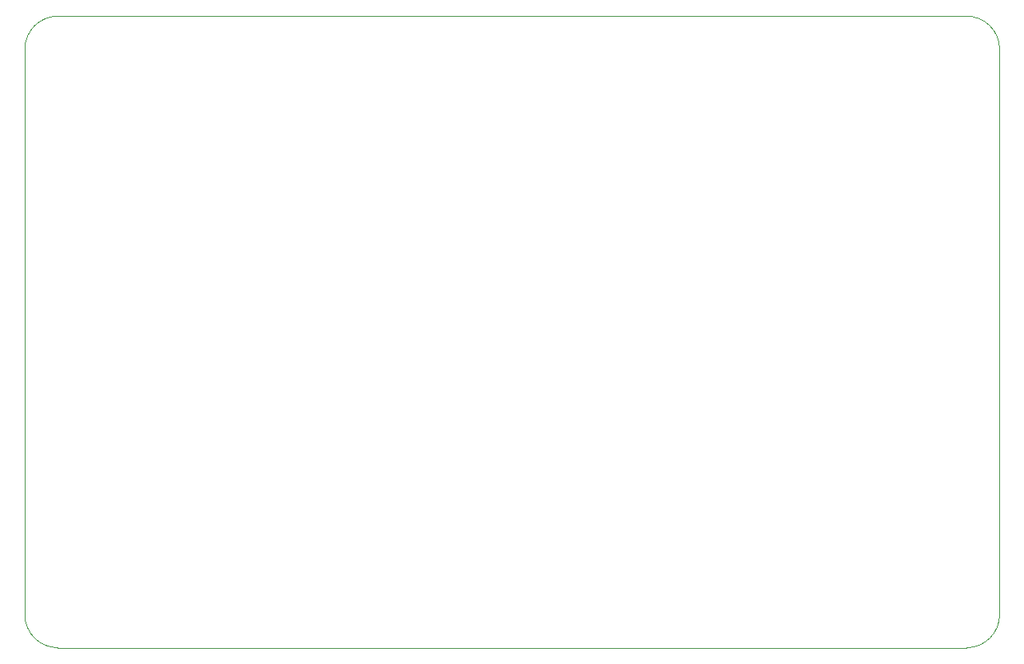
<source format=gbr>
%TF.GenerationSoftware,KiCad,Pcbnew,9.0.1*%
%TF.CreationDate,2025-07-20T02:37:13-05:00*%
%TF.ProjectId,Modulo CO2 de bus TM,4d6f6475-6c6f-4204-934f-322064652062,rev?*%
%TF.SameCoordinates,Original*%
%TF.FileFunction,Profile,NP*%
%FSLAX46Y46*%
G04 Gerber Fmt 4.6, Leading zero omitted, Abs format (unit mm)*
G04 Created by KiCad (PCBNEW 9.0.1) date 2025-07-20 02:37:13*
%MOMM*%
%LPD*%
G01*
G04 APERTURE LIST*
%TA.AperFunction,Profile*%
%ADD10C,0.100000*%
%TD*%
G04 APERTURE END LIST*
D10*
X126000000Y-42500000D02*
X126000000Y-102500000D01*
X126000000Y-102500000D02*
G75*
G02*
X122500000Y-106000000I-3500000J0D01*
G01*
X22680000Y-42500000D02*
G75*
G02*
X26180000Y-39000000I3500000J0D01*
G01*
X26180000Y-39000000D02*
X122500000Y-39000000D01*
X122500000Y-39000000D02*
G75*
G02*
X126000000Y-42500000I0J-3500000D01*
G01*
X22680000Y-42500000D02*
X22680000Y-102500000D01*
X26180000Y-106000000D02*
X122500000Y-106000000D01*
X26180000Y-106000000D02*
G75*
G02*
X22680000Y-102500000I0J3500000D01*
G01*
M02*

</source>
